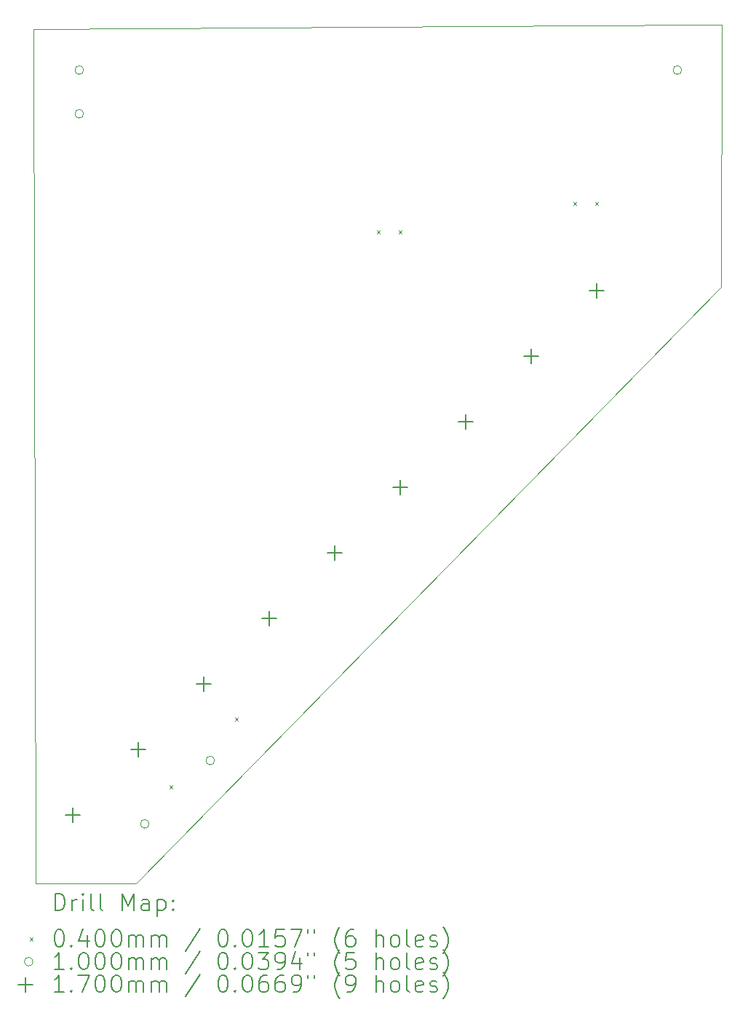
<source format=gbr>
%TF.GenerationSoftware,KiCad,Pcbnew,(6.0.8-1)-1*%
%TF.CreationDate,2023-08-14T14:14:30-03:00*%
%TF.ProjectId,EMMMA-K-v3.1-Slave,454d4d4d-412d-44b2-9d76-332e312d536c,rev?*%
%TF.SameCoordinates,Original*%
%TF.FileFunction,Drillmap*%
%TF.FilePolarity,Positive*%
%FSLAX45Y45*%
G04 Gerber Fmt 4.5, Leading zero omitted, Abs format (unit mm)*
G04 Created by KiCad (PCBNEW (6.0.8-1)-1) date 2023-08-14 14:14:30*
%MOMM*%
%LPD*%
G01*
G04 APERTURE LIST*
%ADD10C,0.100000*%
%ADD11C,0.200000*%
%ADD12C,0.040000*%
%ADD13C,0.170000*%
G04 APERTURE END LIST*
D10*
X22021790Y-7068195D02*
X15214590Y-14002395D01*
X14046190Y-14002395D01*
X14020790Y-4070995D01*
X21767790Y-4020195D01*
X22033990Y-4020195D01*
X22021790Y-7068195D01*
D11*
D12*
X15601000Y-12857800D02*
X15641000Y-12897800D01*
X15641000Y-12857800D02*
X15601000Y-12897800D01*
X16363000Y-12070400D02*
X16403000Y-12110400D01*
X16403000Y-12070400D02*
X16363000Y-12110400D01*
X18014000Y-6406200D02*
X18054000Y-6446200D01*
X18054000Y-6406200D02*
X18014000Y-6446200D01*
X18268000Y-6406200D02*
X18308000Y-6446200D01*
X18308000Y-6406200D02*
X18268000Y-6446200D01*
X20300000Y-6076000D02*
X20340000Y-6116000D01*
X20340000Y-6076000D02*
X20300000Y-6116000D01*
X20554000Y-6076000D02*
X20594000Y-6116000D01*
X20594000Y-6076000D02*
X20554000Y-6116000D01*
D10*
X14604200Y-4546600D02*
G75*
G03*
X14604200Y-4546600I-50000J0D01*
G01*
X14604200Y-5054600D02*
G75*
G03*
X14604200Y-5054600I-50000J0D01*
G01*
X15366200Y-13309600D02*
G75*
G03*
X15366200Y-13309600I-50000J0D01*
G01*
X16128200Y-12573000D02*
G75*
G03*
X16128200Y-12573000I-50000J0D01*
G01*
X21563800Y-4546600D02*
G75*
G03*
X21563800Y-4546600I-50000J0D01*
G01*
D13*
X14478000Y-13123000D02*
X14478000Y-13293000D01*
X14393000Y-13208000D02*
X14563000Y-13208000D01*
X15240000Y-12361000D02*
X15240000Y-12531000D01*
X15155000Y-12446000D02*
X15325000Y-12446000D01*
X16002000Y-11599000D02*
X16002000Y-11769000D01*
X15917000Y-11684000D02*
X16087000Y-11684000D01*
X16764000Y-10837000D02*
X16764000Y-11007000D01*
X16679000Y-10922000D02*
X16849000Y-10922000D01*
X17526000Y-10075000D02*
X17526000Y-10245000D01*
X17441000Y-10160000D02*
X17611000Y-10160000D01*
X18288000Y-9313000D02*
X18288000Y-9483000D01*
X18203000Y-9398000D02*
X18373000Y-9398000D01*
X19050000Y-8551000D02*
X19050000Y-8721000D01*
X18965000Y-8636000D02*
X19135000Y-8636000D01*
X19812000Y-7789000D02*
X19812000Y-7959000D01*
X19727000Y-7874000D02*
X19897000Y-7874000D01*
X20574000Y-7027000D02*
X20574000Y-7197000D01*
X20489000Y-7112000D02*
X20659000Y-7112000D01*
D11*
X14273409Y-14317872D02*
X14273409Y-14117872D01*
X14321028Y-14117872D01*
X14349600Y-14127395D01*
X14368647Y-14146443D01*
X14378171Y-14165491D01*
X14387695Y-14203586D01*
X14387695Y-14232157D01*
X14378171Y-14270253D01*
X14368647Y-14289300D01*
X14349600Y-14308348D01*
X14321028Y-14317872D01*
X14273409Y-14317872D01*
X14473409Y-14317872D02*
X14473409Y-14184538D01*
X14473409Y-14222633D02*
X14482933Y-14203586D01*
X14492457Y-14194062D01*
X14511504Y-14184538D01*
X14530552Y-14184538D01*
X14597219Y-14317872D02*
X14597219Y-14184538D01*
X14597219Y-14117872D02*
X14587695Y-14127395D01*
X14597219Y-14136919D01*
X14606742Y-14127395D01*
X14597219Y-14117872D01*
X14597219Y-14136919D01*
X14721028Y-14317872D02*
X14701981Y-14308348D01*
X14692457Y-14289300D01*
X14692457Y-14117872D01*
X14825790Y-14317872D02*
X14806742Y-14308348D01*
X14797219Y-14289300D01*
X14797219Y-14117872D01*
X15054362Y-14317872D02*
X15054362Y-14117872D01*
X15121028Y-14260729D01*
X15187695Y-14117872D01*
X15187695Y-14317872D01*
X15368647Y-14317872D02*
X15368647Y-14213110D01*
X15359123Y-14194062D01*
X15340076Y-14184538D01*
X15301981Y-14184538D01*
X15282933Y-14194062D01*
X15368647Y-14308348D02*
X15349600Y-14317872D01*
X15301981Y-14317872D01*
X15282933Y-14308348D01*
X15273409Y-14289300D01*
X15273409Y-14270253D01*
X15282933Y-14251205D01*
X15301981Y-14241681D01*
X15349600Y-14241681D01*
X15368647Y-14232157D01*
X15463885Y-14184538D02*
X15463885Y-14384538D01*
X15463885Y-14194062D02*
X15482933Y-14184538D01*
X15521028Y-14184538D01*
X15540076Y-14194062D01*
X15549600Y-14203586D01*
X15559123Y-14222633D01*
X15559123Y-14279776D01*
X15549600Y-14298824D01*
X15540076Y-14308348D01*
X15521028Y-14317872D01*
X15482933Y-14317872D01*
X15463885Y-14308348D01*
X15644838Y-14298824D02*
X15654362Y-14308348D01*
X15644838Y-14317872D01*
X15635314Y-14308348D01*
X15644838Y-14298824D01*
X15644838Y-14317872D01*
X15644838Y-14194062D02*
X15654362Y-14203586D01*
X15644838Y-14213110D01*
X15635314Y-14203586D01*
X15644838Y-14194062D01*
X15644838Y-14213110D01*
D12*
X13975790Y-14627395D02*
X14015790Y-14667395D01*
X14015790Y-14627395D02*
X13975790Y-14667395D01*
D11*
X14311504Y-14537872D02*
X14330552Y-14537872D01*
X14349600Y-14547395D01*
X14359123Y-14556919D01*
X14368647Y-14575967D01*
X14378171Y-14614062D01*
X14378171Y-14661681D01*
X14368647Y-14699776D01*
X14359123Y-14718824D01*
X14349600Y-14728348D01*
X14330552Y-14737872D01*
X14311504Y-14737872D01*
X14292457Y-14728348D01*
X14282933Y-14718824D01*
X14273409Y-14699776D01*
X14263885Y-14661681D01*
X14263885Y-14614062D01*
X14273409Y-14575967D01*
X14282933Y-14556919D01*
X14292457Y-14547395D01*
X14311504Y-14537872D01*
X14463885Y-14718824D02*
X14473409Y-14728348D01*
X14463885Y-14737872D01*
X14454362Y-14728348D01*
X14463885Y-14718824D01*
X14463885Y-14737872D01*
X14644838Y-14604538D02*
X14644838Y-14737872D01*
X14597219Y-14528348D02*
X14549600Y-14671205D01*
X14673409Y-14671205D01*
X14787695Y-14537872D02*
X14806742Y-14537872D01*
X14825790Y-14547395D01*
X14835314Y-14556919D01*
X14844838Y-14575967D01*
X14854362Y-14614062D01*
X14854362Y-14661681D01*
X14844838Y-14699776D01*
X14835314Y-14718824D01*
X14825790Y-14728348D01*
X14806742Y-14737872D01*
X14787695Y-14737872D01*
X14768647Y-14728348D01*
X14759123Y-14718824D01*
X14749600Y-14699776D01*
X14740076Y-14661681D01*
X14740076Y-14614062D01*
X14749600Y-14575967D01*
X14759123Y-14556919D01*
X14768647Y-14547395D01*
X14787695Y-14537872D01*
X14978171Y-14537872D02*
X14997219Y-14537872D01*
X15016266Y-14547395D01*
X15025790Y-14556919D01*
X15035314Y-14575967D01*
X15044838Y-14614062D01*
X15044838Y-14661681D01*
X15035314Y-14699776D01*
X15025790Y-14718824D01*
X15016266Y-14728348D01*
X14997219Y-14737872D01*
X14978171Y-14737872D01*
X14959123Y-14728348D01*
X14949600Y-14718824D01*
X14940076Y-14699776D01*
X14930552Y-14661681D01*
X14930552Y-14614062D01*
X14940076Y-14575967D01*
X14949600Y-14556919D01*
X14959123Y-14547395D01*
X14978171Y-14537872D01*
X15130552Y-14737872D02*
X15130552Y-14604538D01*
X15130552Y-14623586D02*
X15140076Y-14614062D01*
X15159123Y-14604538D01*
X15187695Y-14604538D01*
X15206742Y-14614062D01*
X15216266Y-14633110D01*
X15216266Y-14737872D01*
X15216266Y-14633110D02*
X15225790Y-14614062D01*
X15244838Y-14604538D01*
X15273409Y-14604538D01*
X15292457Y-14614062D01*
X15301981Y-14633110D01*
X15301981Y-14737872D01*
X15397219Y-14737872D02*
X15397219Y-14604538D01*
X15397219Y-14623586D02*
X15406742Y-14614062D01*
X15425790Y-14604538D01*
X15454362Y-14604538D01*
X15473409Y-14614062D01*
X15482933Y-14633110D01*
X15482933Y-14737872D01*
X15482933Y-14633110D02*
X15492457Y-14614062D01*
X15511504Y-14604538D01*
X15540076Y-14604538D01*
X15559123Y-14614062D01*
X15568647Y-14633110D01*
X15568647Y-14737872D01*
X15959123Y-14528348D02*
X15787695Y-14785491D01*
X16216266Y-14537872D02*
X16235314Y-14537872D01*
X16254362Y-14547395D01*
X16263885Y-14556919D01*
X16273409Y-14575967D01*
X16282933Y-14614062D01*
X16282933Y-14661681D01*
X16273409Y-14699776D01*
X16263885Y-14718824D01*
X16254362Y-14728348D01*
X16235314Y-14737872D01*
X16216266Y-14737872D01*
X16197219Y-14728348D01*
X16187695Y-14718824D01*
X16178171Y-14699776D01*
X16168647Y-14661681D01*
X16168647Y-14614062D01*
X16178171Y-14575967D01*
X16187695Y-14556919D01*
X16197219Y-14547395D01*
X16216266Y-14537872D01*
X16368647Y-14718824D02*
X16378171Y-14728348D01*
X16368647Y-14737872D01*
X16359123Y-14728348D01*
X16368647Y-14718824D01*
X16368647Y-14737872D01*
X16501981Y-14537872D02*
X16521028Y-14537872D01*
X16540076Y-14547395D01*
X16549600Y-14556919D01*
X16559123Y-14575967D01*
X16568647Y-14614062D01*
X16568647Y-14661681D01*
X16559123Y-14699776D01*
X16549600Y-14718824D01*
X16540076Y-14728348D01*
X16521028Y-14737872D01*
X16501981Y-14737872D01*
X16482933Y-14728348D01*
X16473409Y-14718824D01*
X16463885Y-14699776D01*
X16454362Y-14661681D01*
X16454362Y-14614062D01*
X16463885Y-14575967D01*
X16473409Y-14556919D01*
X16482933Y-14547395D01*
X16501981Y-14537872D01*
X16759123Y-14737872D02*
X16644838Y-14737872D01*
X16701981Y-14737872D02*
X16701981Y-14537872D01*
X16682933Y-14566443D01*
X16663885Y-14585491D01*
X16644838Y-14595014D01*
X16940076Y-14537872D02*
X16844838Y-14537872D01*
X16835314Y-14633110D01*
X16844838Y-14623586D01*
X16863885Y-14614062D01*
X16911504Y-14614062D01*
X16930552Y-14623586D01*
X16940076Y-14633110D01*
X16949600Y-14652157D01*
X16949600Y-14699776D01*
X16940076Y-14718824D01*
X16930552Y-14728348D01*
X16911504Y-14737872D01*
X16863885Y-14737872D01*
X16844838Y-14728348D01*
X16835314Y-14718824D01*
X17016266Y-14537872D02*
X17149600Y-14537872D01*
X17063885Y-14737872D01*
X17216266Y-14537872D02*
X17216266Y-14575967D01*
X17292457Y-14537872D02*
X17292457Y-14575967D01*
X17587695Y-14814062D02*
X17578171Y-14804538D01*
X17559124Y-14775967D01*
X17549600Y-14756919D01*
X17540076Y-14728348D01*
X17530552Y-14680729D01*
X17530552Y-14642633D01*
X17540076Y-14595014D01*
X17549600Y-14566443D01*
X17559124Y-14547395D01*
X17578171Y-14518824D01*
X17587695Y-14509300D01*
X17749600Y-14537872D02*
X17711504Y-14537872D01*
X17692457Y-14547395D01*
X17682933Y-14556919D01*
X17663885Y-14585491D01*
X17654362Y-14623586D01*
X17654362Y-14699776D01*
X17663885Y-14718824D01*
X17673409Y-14728348D01*
X17692457Y-14737872D01*
X17730552Y-14737872D01*
X17749600Y-14728348D01*
X17759124Y-14718824D01*
X17768647Y-14699776D01*
X17768647Y-14652157D01*
X17759124Y-14633110D01*
X17749600Y-14623586D01*
X17730552Y-14614062D01*
X17692457Y-14614062D01*
X17673409Y-14623586D01*
X17663885Y-14633110D01*
X17654362Y-14652157D01*
X18006743Y-14737872D02*
X18006743Y-14537872D01*
X18092457Y-14737872D02*
X18092457Y-14633110D01*
X18082933Y-14614062D01*
X18063885Y-14604538D01*
X18035314Y-14604538D01*
X18016266Y-14614062D01*
X18006743Y-14623586D01*
X18216266Y-14737872D02*
X18197219Y-14728348D01*
X18187695Y-14718824D01*
X18178171Y-14699776D01*
X18178171Y-14642633D01*
X18187695Y-14623586D01*
X18197219Y-14614062D01*
X18216266Y-14604538D01*
X18244838Y-14604538D01*
X18263885Y-14614062D01*
X18273409Y-14623586D01*
X18282933Y-14642633D01*
X18282933Y-14699776D01*
X18273409Y-14718824D01*
X18263885Y-14728348D01*
X18244838Y-14737872D01*
X18216266Y-14737872D01*
X18397219Y-14737872D02*
X18378171Y-14728348D01*
X18368647Y-14709300D01*
X18368647Y-14537872D01*
X18549600Y-14728348D02*
X18530552Y-14737872D01*
X18492457Y-14737872D01*
X18473409Y-14728348D01*
X18463885Y-14709300D01*
X18463885Y-14633110D01*
X18473409Y-14614062D01*
X18492457Y-14604538D01*
X18530552Y-14604538D01*
X18549600Y-14614062D01*
X18559124Y-14633110D01*
X18559124Y-14652157D01*
X18463885Y-14671205D01*
X18635314Y-14728348D02*
X18654362Y-14737872D01*
X18692457Y-14737872D01*
X18711504Y-14728348D01*
X18721028Y-14709300D01*
X18721028Y-14699776D01*
X18711504Y-14680729D01*
X18692457Y-14671205D01*
X18663885Y-14671205D01*
X18644838Y-14661681D01*
X18635314Y-14642633D01*
X18635314Y-14633110D01*
X18644838Y-14614062D01*
X18663885Y-14604538D01*
X18692457Y-14604538D01*
X18711504Y-14614062D01*
X18787695Y-14814062D02*
X18797219Y-14804538D01*
X18816266Y-14775967D01*
X18825790Y-14756919D01*
X18835314Y-14728348D01*
X18844838Y-14680729D01*
X18844838Y-14642633D01*
X18835314Y-14595014D01*
X18825790Y-14566443D01*
X18816266Y-14547395D01*
X18797219Y-14518824D01*
X18787695Y-14509300D01*
D10*
X14015790Y-14911395D02*
G75*
G03*
X14015790Y-14911395I-50000J0D01*
G01*
D11*
X14378171Y-15001872D02*
X14263885Y-15001872D01*
X14321028Y-15001872D02*
X14321028Y-14801872D01*
X14301981Y-14830443D01*
X14282933Y-14849491D01*
X14263885Y-14859014D01*
X14463885Y-14982824D02*
X14473409Y-14992348D01*
X14463885Y-15001872D01*
X14454362Y-14992348D01*
X14463885Y-14982824D01*
X14463885Y-15001872D01*
X14597219Y-14801872D02*
X14616266Y-14801872D01*
X14635314Y-14811395D01*
X14644838Y-14820919D01*
X14654362Y-14839967D01*
X14663885Y-14878062D01*
X14663885Y-14925681D01*
X14654362Y-14963776D01*
X14644838Y-14982824D01*
X14635314Y-14992348D01*
X14616266Y-15001872D01*
X14597219Y-15001872D01*
X14578171Y-14992348D01*
X14568647Y-14982824D01*
X14559123Y-14963776D01*
X14549600Y-14925681D01*
X14549600Y-14878062D01*
X14559123Y-14839967D01*
X14568647Y-14820919D01*
X14578171Y-14811395D01*
X14597219Y-14801872D01*
X14787695Y-14801872D02*
X14806742Y-14801872D01*
X14825790Y-14811395D01*
X14835314Y-14820919D01*
X14844838Y-14839967D01*
X14854362Y-14878062D01*
X14854362Y-14925681D01*
X14844838Y-14963776D01*
X14835314Y-14982824D01*
X14825790Y-14992348D01*
X14806742Y-15001872D01*
X14787695Y-15001872D01*
X14768647Y-14992348D01*
X14759123Y-14982824D01*
X14749600Y-14963776D01*
X14740076Y-14925681D01*
X14740076Y-14878062D01*
X14749600Y-14839967D01*
X14759123Y-14820919D01*
X14768647Y-14811395D01*
X14787695Y-14801872D01*
X14978171Y-14801872D02*
X14997219Y-14801872D01*
X15016266Y-14811395D01*
X15025790Y-14820919D01*
X15035314Y-14839967D01*
X15044838Y-14878062D01*
X15044838Y-14925681D01*
X15035314Y-14963776D01*
X15025790Y-14982824D01*
X15016266Y-14992348D01*
X14997219Y-15001872D01*
X14978171Y-15001872D01*
X14959123Y-14992348D01*
X14949600Y-14982824D01*
X14940076Y-14963776D01*
X14930552Y-14925681D01*
X14930552Y-14878062D01*
X14940076Y-14839967D01*
X14949600Y-14820919D01*
X14959123Y-14811395D01*
X14978171Y-14801872D01*
X15130552Y-15001872D02*
X15130552Y-14868538D01*
X15130552Y-14887586D02*
X15140076Y-14878062D01*
X15159123Y-14868538D01*
X15187695Y-14868538D01*
X15206742Y-14878062D01*
X15216266Y-14897110D01*
X15216266Y-15001872D01*
X15216266Y-14897110D02*
X15225790Y-14878062D01*
X15244838Y-14868538D01*
X15273409Y-14868538D01*
X15292457Y-14878062D01*
X15301981Y-14897110D01*
X15301981Y-15001872D01*
X15397219Y-15001872D02*
X15397219Y-14868538D01*
X15397219Y-14887586D02*
X15406742Y-14878062D01*
X15425790Y-14868538D01*
X15454362Y-14868538D01*
X15473409Y-14878062D01*
X15482933Y-14897110D01*
X15482933Y-15001872D01*
X15482933Y-14897110D02*
X15492457Y-14878062D01*
X15511504Y-14868538D01*
X15540076Y-14868538D01*
X15559123Y-14878062D01*
X15568647Y-14897110D01*
X15568647Y-15001872D01*
X15959123Y-14792348D02*
X15787695Y-15049491D01*
X16216266Y-14801872D02*
X16235314Y-14801872D01*
X16254362Y-14811395D01*
X16263885Y-14820919D01*
X16273409Y-14839967D01*
X16282933Y-14878062D01*
X16282933Y-14925681D01*
X16273409Y-14963776D01*
X16263885Y-14982824D01*
X16254362Y-14992348D01*
X16235314Y-15001872D01*
X16216266Y-15001872D01*
X16197219Y-14992348D01*
X16187695Y-14982824D01*
X16178171Y-14963776D01*
X16168647Y-14925681D01*
X16168647Y-14878062D01*
X16178171Y-14839967D01*
X16187695Y-14820919D01*
X16197219Y-14811395D01*
X16216266Y-14801872D01*
X16368647Y-14982824D02*
X16378171Y-14992348D01*
X16368647Y-15001872D01*
X16359123Y-14992348D01*
X16368647Y-14982824D01*
X16368647Y-15001872D01*
X16501981Y-14801872D02*
X16521028Y-14801872D01*
X16540076Y-14811395D01*
X16549600Y-14820919D01*
X16559123Y-14839967D01*
X16568647Y-14878062D01*
X16568647Y-14925681D01*
X16559123Y-14963776D01*
X16549600Y-14982824D01*
X16540076Y-14992348D01*
X16521028Y-15001872D01*
X16501981Y-15001872D01*
X16482933Y-14992348D01*
X16473409Y-14982824D01*
X16463885Y-14963776D01*
X16454362Y-14925681D01*
X16454362Y-14878062D01*
X16463885Y-14839967D01*
X16473409Y-14820919D01*
X16482933Y-14811395D01*
X16501981Y-14801872D01*
X16635314Y-14801872D02*
X16759123Y-14801872D01*
X16692457Y-14878062D01*
X16721028Y-14878062D01*
X16740076Y-14887586D01*
X16749600Y-14897110D01*
X16759123Y-14916157D01*
X16759123Y-14963776D01*
X16749600Y-14982824D01*
X16740076Y-14992348D01*
X16721028Y-15001872D01*
X16663885Y-15001872D01*
X16644838Y-14992348D01*
X16635314Y-14982824D01*
X16854362Y-15001872D02*
X16892457Y-15001872D01*
X16911504Y-14992348D01*
X16921028Y-14982824D01*
X16940076Y-14954253D01*
X16949600Y-14916157D01*
X16949600Y-14839967D01*
X16940076Y-14820919D01*
X16930552Y-14811395D01*
X16911504Y-14801872D01*
X16873409Y-14801872D01*
X16854362Y-14811395D01*
X16844838Y-14820919D01*
X16835314Y-14839967D01*
X16835314Y-14887586D01*
X16844838Y-14906633D01*
X16854362Y-14916157D01*
X16873409Y-14925681D01*
X16911504Y-14925681D01*
X16930552Y-14916157D01*
X16940076Y-14906633D01*
X16949600Y-14887586D01*
X17121028Y-14868538D02*
X17121028Y-15001872D01*
X17073409Y-14792348D02*
X17025790Y-14935205D01*
X17149600Y-14935205D01*
X17216266Y-14801872D02*
X17216266Y-14839967D01*
X17292457Y-14801872D02*
X17292457Y-14839967D01*
X17587695Y-15078062D02*
X17578171Y-15068538D01*
X17559124Y-15039967D01*
X17549600Y-15020919D01*
X17540076Y-14992348D01*
X17530552Y-14944729D01*
X17530552Y-14906633D01*
X17540076Y-14859014D01*
X17549600Y-14830443D01*
X17559124Y-14811395D01*
X17578171Y-14782824D01*
X17587695Y-14773300D01*
X17759124Y-14801872D02*
X17663885Y-14801872D01*
X17654362Y-14897110D01*
X17663885Y-14887586D01*
X17682933Y-14878062D01*
X17730552Y-14878062D01*
X17749600Y-14887586D01*
X17759124Y-14897110D01*
X17768647Y-14916157D01*
X17768647Y-14963776D01*
X17759124Y-14982824D01*
X17749600Y-14992348D01*
X17730552Y-15001872D01*
X17682933Y-15001872D01*
X17663885Y-14992348D01*
X17654362Y-14982824D01*
X18006743Y-15001872D02*
X18006743Y-14801872D01*
X18092457Y-15001872D02*
X18092457Y-14897110D01*
X18082933Y-14878062D01*
X18063885Y-14868538D01*
X18035314Y-14868538D01*
X18016266Y-14878062D01*
X18006743Y-14887586D01*
X18216266Y-15001872D02*
X18197219Y-14992348D01*
X18187695Y-14982824D01*
X18178171Y-14963776D01*
X18178171Y-14906633D01*
X18187695Y-14887586D01*
X18197219Y-14878062D01*
X18216266Y-14868538D01*
X18244838Y-14868538D01*
X18263885Y-14878062D01*
X18273409Y-14887586D01*
X18282933Y-14906633D01*
X18282933Y-14963776D01*
X18273409Y-14982824D01*
X18263885Y-14992348D01*
X18244838Y-15001872D01*
X18216266Y-15001872D01*
X18397219Y-15001872D02*
X18378171Y-14992348D01*
X18368647Y-14973300D01*
X18368647Y-14801872D01*
X18549600Y-14992348D02*
X18530552Y-15001872D01*
X18492457Y-15001872D01*
X18473409Y-14992348D01*
X18463885Y-14973300D01*
X18463885Y-14897110D01*
X18473409Y-14878062D01*
X18492457Y-14868538D01*
X18530552Y-14868538D01*
X18549600Y-14878062D01*
X18559124Y-14897110D01*
X18559124Y-14916157D01*
X18463885Y-14935205D01*
X18635314Y-14992348D02*
X18654362Y-15001872D01*
X18692457Y-15001872D01*
X18711504Y-14992348D01*
X18721028Y-14973300D01*
X18721028Y-14963776D01*
X18711504Y-14944729D01*
X18692457Y-14935205D01*
X18663885Y-14935205D01*
X18644838Y-14925681D01*
X18635314Y-14906633D01*
X18635314Y-14897110D01*
X18644838Y-14878062D01*
X18663885Y-14868538D01*
X18692457Y-14868538D01*
X18711504Y-14878062D01*
X18787695Y-15078062D02*
X18797219Y-15068538D01*
X18816266Y-15039967D01*
X18825790Y-15020919D01*
X18835314Y-14992348D01*
X18844838Y-14944729D01*
X18844838Y-14906633D01*
X18835314Y-14859014D01*
X18825790Y-14830443D01*
X18816266Y-14811395D01*
X18797219Y-14782824D01*
X18787695Y-14773300D01*
D13*
X13930790Y-15090395D02*
X13930790Y-15260395D01*
X13845790Y-15175395D02*
X14015790Y-15175395D01*
D11*
X14378171Y-15265872D02*
X14263885Y-15265872D01*
X14321028Y-15265872D02*
X14321028Y-15065872D01*
X14301981Y-15094443D01*
X14282933Y-15113491D01*
X14263885Y-15123014D01*
X14463885Y-15246824D02*
X14473409Y-15256348D01*
X14463885Y-15265872D01*
X14454362Y-15256348D01*
X14463885Y-15246824D01*
X14463885Y-15265872D01*
X14540076Y-15065872D02*
X14673409Y-15065872D01*
X14587695Y-15265872D01*
X14787695Y-15065872D02*
X14806742Y-15065872D01*
X14825790Y-15075395D01*
X14835314Y-15084919D01*
X14844838Y-15103967D01*
X14854362Y-15142062D01*
X14854362Y-15189681D01*
X14844838Y-15227776D01*
X14835314Y-15246824D01*
X14825790Y-15256348D01*
X14806742Y-15265872D01*
X14787695Y-15265872D01*
X14768647Y-15256348D01*
X14759123Y-15246824D01*
X14749600Y-15227776D01*
X14740076Y-15189681D01*
X14740076Y-15142062D01*
X14749600Y-15103967D01*
X14759123Y-15084919D01*
X14768647Y-15075395D01*
X14787695Y-15065872D01*
X14978171Y-15065872D02*
X14997219Y-15065872D01*
X15016266Y-15075395D01*
X15025790Y-15084919D01*
X15035314Y-15103967D01*
X15044838Y-15142062D01*
X15044838Y-15189681D01*
X15035314Y-15227776D01*
X15025790Y-15246824D01*
X15016266Y-15256348D01*
X14997219Y-15265872D01*
X14978171Y-15265872D01*
X14959123Y-15256348D01*
X14949600Y-15246824D01*
X14940076Y-15227776D01*
X14930552Y-15189681D01*
X14930552Y-15142062D01*
X14940076Y-15103967D01*
X14949600Y-15084919D01*
X14959123Y-15075395D01*
X14978171Y-15065872D01*
X15130552Y-15265872D02*
X15130552Y-15132538D01*
X15130552Y-15151586D02*
X15140076Y-15142062D01*
X15159123Y-15132538D01*
X15187695Y-15132538D01*
X15206742Y-15142062D01*
X15216266Y-15161110D01*
X15216266Y-15265872D01*
X15216266Y-15161110D02*
X15225790Y-15142062D01*
X15244838Y-15132538D01*
X15273409Y-15132538D01*
X15292457Y-15142062D01*
X15301981Y-15161110D01*
X15301981Y-15265872D01*
X15397219Y-15265872D02*
X15397219Y-15132538D01*
X15397219Y-15151586D02*
X15406742Y-15142062D01*
X15425790Y-15132538D01*
X15454362Y-15132538D01*
X15473409Y-15142062D01*
X15482933Y-15161110D01*
X15482933Y-15265872D01*
X15482933Y-15161110D02*
X15492457Y-15142062D01*
X15511504Y-15132538D01*
X15540076Y-15132538D01*
X15559123Y-15142062D01*
X15568647Y-15161110D01*
X15568647Y-15265872D01*
X15959123Y-15056348D02*
X15787695Y-15313491D01*
X16216266Y-15065872D02*
X16235314Y-15065872D01*
X16254362Y-15075395D01*
X16263885Y-15084919D01*
X16273409Y-15103967D01*
X16282933Y-15142062D01*
X16282933Y-15189681D01*
X16273409Y-15227776D01*
X16263885Y-15246824D01*
X16254362Y-15256348D01*
X16235314Y-15265872D01*
X16216266Y-15265872D01*
X16197219Y-15256348D01*
X16187695Y-15246824D01*
X16178171Y-15227776D01*
X16168647Y-15189681D01*
X16168647Y-15142062D01*
X16178171Y-15103967D01*
X16187695Y-15084919D01*
X16197219Y-15075395D01*
X16216266Y-15065872D01*
X16368647Y-15246824D02*
X16378171Y-15256348D01*
X16368647Y-15265872D01*
X16359123Y-15256348D01*
X16368647Y-15246824D01*
X16368647Y-15265872D01*
X16501981Y-15065872D02*
X16521028Y-15065872D01*
X16540076Y-15075395D01*
X16549600Y-15084919D01*
X16559123Y-15103967D01*
X16568647Y-15142062D01*
X16568647Y-15189681D01*
X16559123Y-15227776D01*
X16549600Y-15246824D01*
X16540076Y-15256348D01*
X16521028Y-15265872D01*
X16501981Y-15265872D01*
X16482933Y-15256348D01*
X16473409Y-15246824D01*
X16463885Y-15227776D01*
X16454362Y-15189681D01*
X16454362Y-15142062D01*
X16463885Y-15103967D01*
X16473409Y-15084919D01*
X16482933Y-15075395D01*
X16501981Y-15065872D01*
X16740076Y-15065872D02*
X16701981Y-15065872D01*
X16682933Y-15075395D01*
X16673409Y-15084919D01*
X16654362Y-15113491D01*
X16644838Y-15151586D01*
X16644838Y-15227776D01*
X16654362Y-15246824D01*
X16663885Y-15256348D01*
X16682933Y-15265872D01*
X16721028Y-15265872D01*
X16740076Y-15256348D01*
X16749600Y-15246824D01*
X16759123Y-15227776D01*
X16759123Y-15180157D01*
X16749600Y-15161110D01*
X16740076Y-15151586D01*
X16721028Y-15142062D01*
X16682933Y-15142062D01*
X16663885Y-15151586D01*
X16654362Y-15161110D01*
X16644838Y-15180157D01*
X16930552Y-15065872D02*
X16892457Y-15065872D01*
X16873409Y-15075395D01*
X16863885Y-15084919D01*
X16844838Y-15113491D01*
X16835314Y-15151586D01*
X16835314Y-15227776D01*
X16844838Y-15246824D01*
X16854362Y-15256348D01*
X16873409Y-15265872D01*
X16911504Y-15265872D01*
X16930552Y-15256348D01*
X16940076Y-15246824D01*
X16949600Y-15227776D01*
X16949600Y-15180157D01*
X16940076Y-15161110D01*
X16930552Y-15151586D01*
X16911504Y-15142062D01*
X16873409Y-15142062D01*
X16854362Y-15151586D01*
X16844838Y-15161110D01*
X16835314Y-15180157D01*
X17044838Y-15265872D02*
X17082933Y-15265872D01*
X17101981Y-15256348D01*
X17111504Y-15246824D01*
X17130552Y-15218253D01*
X17140076Y-15180157D01*
X17140076Y-15103967D01*
X17130552Y-15084919D01*
X17121028Y-15075395D01*
X17101981Y-15065872D01*
X17063885Y-15065872D01*
X17044838Y-15075395D01*
X17035314Y-15084919D01*
X17025790Y-15103967D01*
X17025790Y-15151586D01*
X17035314Y-15170633D01*
X17044838Y-15180157D01*
X17063885Y-15189681D01*
X17101981Y-15189681D01*
X17121028Y-15180157D01*
X17130552Y-15170633D01*
X17140076Y-15151586D01*
X17216266Y-15065872D02*
X17216266Y-15103967D01*
X17292457Y-15065872D02*
X17292457Y-15103967D01*
X17587695Y-15342062D02*
X17578171Y-15332538D01*
X17559124Y-15303967D01*
X17549600Y-15284919D01*
X17540076Y-15256348D01*
X17530552Y-15208729D01*
X17530552Y-15170633D01*
X17540076Y-15123014D01*
X17549600Y-15094443D01*
X17559124Y-15075395D01*
X17578171Y-15046824D01*
X17587695Y-15037300D01*
X17673409Y-15265872D02*
X17711504Y-15265872D01*
X17730552Y-15256348D01*
X17740076Y-15246824D01*
X17759124Y-15218253D01*
X17768647Y-15180157D01*
X17768647Y-15103967D01*
X17759124Y-15084919D01*
X17749600Y-15075395D01*
X17730552Y-15065872D01*
X17692457Y-15065872D01*
X17673409Y-15075395D01*
X17663885Y-15084919D01*
X17654362Y-15103967D01*
X17654362Y-15151586D01*
X17663885Y-15170633D01*
X17673409Y-15180157D01*
X17692457Y-15189681D01*
X17730552Y-15189681D01*
X17749600Y-15180157D01*
X17759124Y-15170633D01*
X17768647Y-15151586D01*
X18006743Y-15265872D02*
X18006743Y-15065872D01*
X18092457Y-15265872D02*
X18092457Y-15161110D01*
X18082933Y-15142062D01*
X18063885Y-15132538D01*
X18035314Y-15132538D01*
X18016266Y-15142062D01*
X18006743Y-15151586D01*
X18216266Y-15265872D02*
X18197219Y-15256348D01*
X18187695Y-15246824D01*
X18178171Y-15227776D01*
X18178171Y-15170633D01*
X18187695Y-15151586D01*
X18197219Y-15142062D01*
X18216266Y-15132538D01*
X18244838Y-15132538D01*
X18263885Y-15142062D01*
X18273409Y-15151586D01*
X18282933Y-15170633D01*
X18282933Y-15227776D01*
X18273409Y-15246824D01*
X18263885Y-15256348D01*
X18244838Y-15265872D01*
X18216266Y-15265872D01*
X18397219Y-15265872D02*
X18378171Y-15256348D01*
X18368647Y-15237300D01*
X18368647Y-15065872D01*
X18549600Y-15256348D02*
X18530552Y-15265872D01*
X18492457Y-15265872D01*
X18473409Y-15256348D01*
X18463885Y-15237300D01*
X18463885Y-15161110D01*
X18473409Y-15142062D01*
X18492457Y-15132538D01*
X18530552Y-15132538D01*
X18549600Y-15142062D01*
X18559124Y-15161110D01*
X18559124Y-15180157D01*
X18463885Y-15199205D01*
X18635314Y-15256348D02*
X18654362Y-15265872D01*
X18692457Y-15265872D01*
X18711504Y-15256348D01*
X18721028Y-15237300D01*
X18721028Y-15227776D01*
X18711504Y-15208729D01*
X18692457Y-15199205D01*
X18663885Y-15199205D01*
X18644838Y-15189681D01*
X18635314Y-15170633D01*
X18635314Y-15161110D01*
X18644838Y-15142062D01*
X18663885Y-15132538D01*
X18692457Y-15132538D01*
X18711504Y-15142062D01*
X18787695Y-15342062D02*
X18797219Y-15332538D01*
X18816266Y-15303967D01*
X18825790Y-15284919D01*
X18835314Y-15256348D01*
X18844838Y-15208729D01*
X18844838Y-15170633D01*
X18835314Y-15123014D01*
X18825790Y-15094443D01*
X18816266Y-15075395D01*
X18797219Y-15046824D01*
X18787695Y-15037300D01*
M02*

</source>
